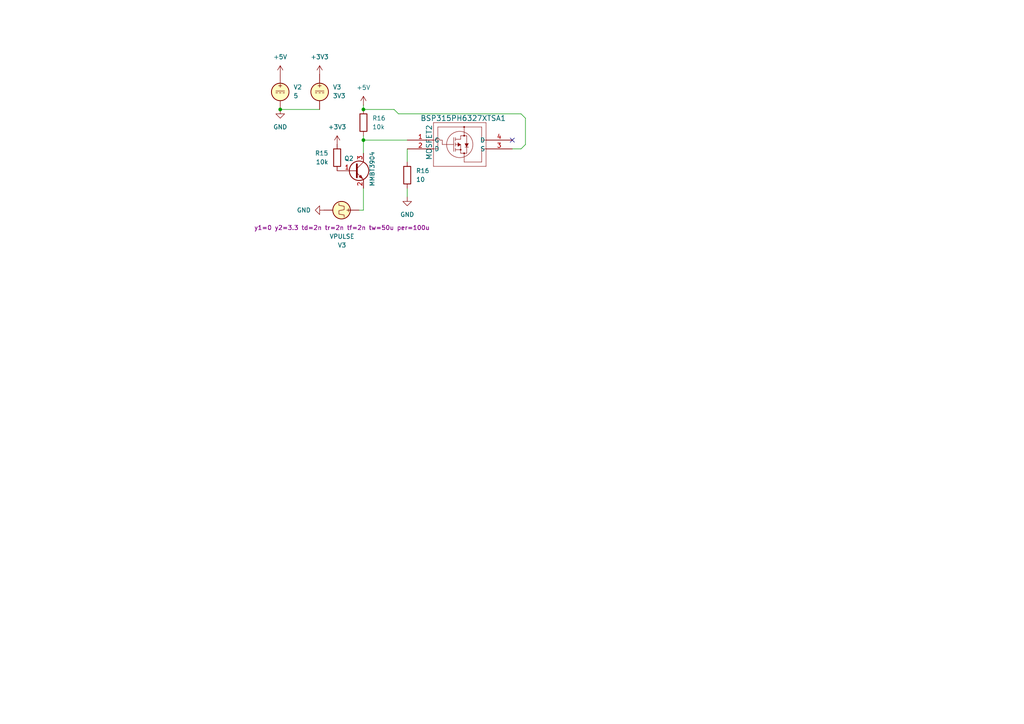
<source format=kicad_sch>
(kicad_sch (version 20231120) (generator "eeschema") (generator_version "8.0")
  (paper "A4")
  (lib_symbols
    (symbol "BSP315PH6327XTSA1:BSP315PH6327XTSA1" (pin_names (offset 0.254))
      (property "Reference" "MOSFET" (at 15.24 10.16 0))
      (property "Value" "BSP315PH6327XTSA1" (at 15.24 7.62 0))
      (symbol "BSP315PH6327XTSA1_0_1"
        (polyline (pts (xy 7.62 -7.62) (xy 22.86 -7.62)) (stroke (width 0.127)))
        (polyline (pts (xy 7.62 -2.54) (xy 8.89 -2.54)) (stroke (width 0.127)))
        (polyline (pts (xy 7.62 0) (xy 8.382 0)) (stroke (width 0.127)))
        (polyline (pts (xy 7.62 5.08) (xy 7.62 -7.62)) (stroke (width 0.127)))
        (polyline (pts (xy 8.89 3.81) (xy 8.89 -2.54)) (stroke (width 0.127)))
        (polyline (pts (xy 8.89 3.81) (xy 21.59 3.81)) (stroke (width 0.127)))
        (polyline (pts (xy 9.398 0) (xy 10.16 0)) (stroke (width 0.127)))
        (polyline (pts (xy 10.16 0) (xy 10.16 -1.27)) (stroke (width 0.127)))
        (polyline (pts (xy 13.462 -1.27) (xy 10.16 -1.27)) (stroke (width 0.127)))
        (polyline (pts (xy 13.462 0.762) (xy 13.462 -3.302)) (stroke (width 0.127)))
        (polyline (pts (xy 13.97 -2.794) (xy 15.494 -2.794)) (stroke (width 0.127)))
        (polyline (pts (xy 13.97 -2.286) (xy 13.97 -3.302)) (stroke (width 0.127)))
        (polyline (pts (xy 13.97 -1.27) (xy 14.732 -1.27)) (stroke (width 0.127)))
        (polyline (pts (xy 13.97 -0.762) (xy 13.97 -1.778)) (stroke (width 0.127)))
        (polyline (pts (xy 13.97 0.254) (xy 15.494 0.254)) (stroke (width 0.127)))
        (polyline (pts (xy 13.97 0.762) (xy 13.97 -0.254)) (stroke (width 0.127)))
        (polyline (pts (xy 15.494 -3.81) (xy 17.272 -3.81)) (stroke (width 0.127)))
        (polyline (pts (xy 15.494 -1.27) (xy 15.494 -3.81)) (stroke (width 0.127)))
        (polyline (pts (xy 15.494 1.27) (xy 15.494 0.254)) (stroke (width 0.127)))
        (polyline (pts (xy 15.494 1.27) (xy 17.272 1.27)) (stroke (width 0.127)))
        (polyline (pts (xy 16.51 -3.81) (xy 16.51 -6.35)) (stroke (width 0.127)))
        (polyline (pts (xy 16.51 1.27) (xy 16.51 3.81)) (stroke (width 0.127)))
        (polyline (pts (xy 16.764 -2.032) (xy 17.78 -2.032)) (stroke (width 0.127)))
        (polyline (pts (xy 17.272 -3.81) (xy 17.272 -2.032)) (stroke (width 0.127)))
        (polyline (pts (xy 17.272 1.27) (xy 17.272 -1.016)) (stroke (width 0.127)))
        (polyline (pts (xy 21.59 -6.35) (xy 16.51 -6.35)) (stroke (width 0.127)))
        (polyline (pts (xy 21.59 -6.35) (xy 21.59 -2.54)) (stroke (width 0.127)))
        (polyline (pts (xy 21.59 0) (xy 22.86 0)) (stroke (width 0.127)))
        (polyline (pts (xy 21.59 3.81) (xy 21.59 0)) (stroke (width 0.127)))
        (polyline (pts (xy 22.86 -7.62) (xy 22.86 5.08)) (stroke (width 0.127)))
        (polyline (pts (xy 22.86 -2.54) (xy 21.59 -2.54)) (stroke (width 0.127)))
        (polyline (pts (xy 22.86 5.08) (xy 7.62 5.08)) (stroke (width 0.127)))
        (polyline (pts (xy 15.494 -1.27) (xy 14.732 -1.778) (xy 14.732 -0.762)) (fill (type outline)))
        (polyline (pts (xy 17.272 -2.032) (xy 16.764 -1.016) (xy 17.78 -1.016)) (fill (type outline)))
        (arc (start 9.398 0) (mid 8.89 0.5058) (end 8.382 0) (stroke (width 0.127)))
        (circle (center 15.24 -1.27) (radius 3.81) (stroke (width 0.127)))
        (circle (center 15.494 -2.794) (radius 0.127) (stroke (width 0.254)))
        (circle (center 16.51 -3.81) (radius 0.127) (stroke (width 0.254)))
        (circle (center 16.51 1.27) (radius 0.127) (stroke (width 0.254)))
        (circle (center 16.51 3.81) (radius 0.127) (stroke (width 0.254)))
        (pin unspecified line (at 0 0 0) (length 7.62) (name "G") (number "1"))
        (pin unspecified line (at 0 -2.54 0) (length 7.62) (name "D") (number "2"))
        (pin unspecified line (at 30.48 -2.54 180) (length 7.62) (name "S") (number "3"))
        (pin unspecified line (at 30.48 0 180) (length 7.62) (name "D") (number "4"))
      )
    )
    (symbol "Device:R" (pin_numbers hide) (pin_names (offset 0))
      (property "Reference" "R" (at 2.032 0 90))
      (property "Value" "R" (at 0 0 90))
      (symbol "R_0_1"
        (rectangle (start -1.016 -2.54) (end 1.016 2.54) (stroke (width 0.254)))
      )
      (symbol "R_1_1"
        (pin passive line (at 0 3.81 270) (length 1.27) (name "~") (number "1"))
        (pin passive line (at 0 -3.81 90) (length 1.27) (name "~") (number "2"))
      )
    )
    (symbol "Simulation_SPICE:VDC" (pin_numbers hide) (pin_names (offset 0.0254))
      (property "Reference" "V" (at 2.54 2.54 0))
      (property "Value" "1" (at 2.54 0 0))
      (symbol "VDC_0_0"
        (polyline (pts (xy -1.27 0.254) (xy 1.27 0.254)))
        (polyline (pts (xy -0.762 -0.254) (xy -1.27 -0.254)))
        (polyline (pts (xy 0.254 -0.254) (xy -0.254 -0.254)))
        (polyline (pts (xy 1.27 -0.254) (xy 0.762 -0.254)))
        (text "+" (at 0 1.905 0) (effects (font (size 1.27 1.27))))
      )
      (symbol "VDC_0_1"
        (circle (center 0 0) (radius 2.54) (stroke (width 0.254)) (fill (type background)))
      )
      (symbol "VDC_1_1"
        (pin passive line (at 0 5.08 270) (length 2.54) (name "~") (number "1"))
        (pin passive line (at 0 -5.08 90) (length 2.54) (name "~") (number "2"))
      )
    )
    (symbol "Simulation_SPICE:VPULSE" (pin_numbers hide) (pin_names (offset 0.0254))
      (property "Reference" "V" (at 2.54 2.54 0))
      (property "Value" "VPULSE" (at 2.54 0 0))
      (property "Sim.Params" "y1=0 y2=1 td=2n tr=2n tf=2n tw=50n per=100n" (at 2.54 -2.54 0))
      (symbol "VPULSE_0_0"
        (polyline (pts (xy -2.032 -0.762) (xy -1.397 -0.762) (xy -1.143 0.762) (xy -0.127 0.762) (xy 0.127 -0.762) (xy 1.143 -0.762) (xy 1.397 0.762) (xy 2.032 0.762)))
        (text "+" (at 0 1.905 0) (effects (font (size 1.27 1.27))))
      )
      (symbol "VPULSE_0_1"
        (circle (center 0 0) (radius 2.54) (stroke (width 0.254)) (fill (type background)))
      )
      (symbol "VPULSE_1_1"
        (pin passive line (at 0 5.08 270) (length 2.54) (name "~") (number "1"))
        (pin passive line (at 0 -5.08 90) (length 2.54) (name "~") (number "2"))
      )
    )
    (symbol "Transistor_BJT:MMBT3904" (pin_names (offset 0) hide)
      (property "Reference" "Q" (at 5.08 1.905 0))
      (property "Value" "MMBT3904" (at 5.08 0 0))
      (symbol "MMBT3904_0_1"
        (polyline (pts (xy 0.635 0.635) (xy 2.54 2.54)))
        (polyline (pts (xy 0.635 -0.635) (xy 2.54 -2.54) (xy 2.54 -2.54)))
        (polyline (pts (xy 0.635 1.905) (xy 0.635 -1.905) (xy 0.635 -1.905)) (stroke (width 0.508)))
        (polyline (pts (xy 1.27 -1.778) (xy 1.778 -1.27) (xy 2.286 -2.286) (xy 1.27 -1.778) (xy 1.27 -1.778)) (fill (type outline)))
        (circle (center 1.27 0) (radius 2.8194) (stroke (width 0.254)))
      )
      (symbol "MMBT3904_1_1"
        (pin input line (at -5.08 0 0) (length 5.715) (name "B") (number "1"))
        (pin passive line (at 2.54 -5.08 90) (length 2.54) (name "E") (number "2"))
        (pin passive line (at 2.54 5.08 270) (length 2.54) (name "C") (number "3"))
      )
    )
    (symbol "power:+3V3" (power) (pin_numbers hide) (pin_names (offset 0) hide)
      (property "Value" "+3V3" (at 0 3.556 0))
      (symbol "+3V3_0_1"
        (polyline (pts (xy -0.762 1.27) (xy 0 2.54)))
        (polyline (pts (xy 0 0) (xy 0 2.54)))
        (polyline (pts (xy 0 2.54) (xy 0.762 1.27)))
      )
      (symbol "+3V3_1_1"
        (pin power_in line (at 0 0 90) (length 0) (name "~") (number "1"))
      )
    )
    (symbol "power:+5V" (power) (pin_numbers hide) (pin_names (offset 0) hide)
      (property "Value" "+5V" (at 0 3.556 0))
      (symbol "+5V_0_1"
        (polyline (pts (xy -0.762 1.27) (xy 0 2.54)))
        (polyline (pts (xy 0 0) (xy 0 2.54)))
        (polyline (pts (xy 0 2.54) (xy 0.762 1.27)))
      )
      (symbol "+5V_1_1"
        (pin power_in line (at 0 0 90) (length 0) (name "~") (number "1"))
      )
    )
    (symbol "power:GND" (power) (pin_numbers hide) (pin_names (offset 0) hide)
      (property "Value" "GND" (at 0 -3.81 0))
      (symbol "GND_0_1"
        (polyline (pts (xy 0 0) (xy 0 -1.27) (xy 1.27 -1.27) (xy 0 -2.54) (xy -1.27 -1.27) (xy 0 -1.27)))
      )
      (symbol "GND_1_1"
        (pin power_in line (at 0 0 270) (length 0) (name "~") (number "1"))
      )
    )
  )
  (junction (at 105.41 40.64))
  (junction (at 81.28 31.75))
  (junction (at 105.41 31.75))
  (no_connect (at 148.59 40.64))
  (wire (pts (xy 148.59 43.18) (xy 151.13 43.18)))
  (wire (pts (xy 152.4 34.29) (xy 151.13 33.02)))
  (wire (pts (xy 151.13 33.02) (xy 115.57 33.02)))
  (wire (pts (xy 118.11 43.18) (xy 118.11 46.99)))
  (wire (pts (xy 105.41 40.64) (xy 105.41 44.45)))
  (wire (pts (xy 105.41 54.61) (xy 105.41 60.96)))
  (wire (pts (xy 115.57 33.02) (xy 114.3 31.75)))
  (wire (pts (xy 81.28 31.75) (xy 92.71 31.75)))
  (wire (pts (xy 105.41 40.64) (xy 118.11 40.64)))
  (wire (pts (xy 105.41 30.48) (xy 105.41 31.75)))
  (wire (pts (xy 151.13 43.18) (xy 152.4 41.91)))
  (wire (pts (xy 152.4 41.91) (xy 152.4 34.29)))
  (wire (pts (xy 118.11 54.61) (xy 118.11 57.15)))
  (wire (pts (xy 104.14 60.96) (xy 105.41 60.96)))
  (wire (pts (xy 105.41 31.75) (xy 114.3 31.75)))
  (wire (pts (xy 105.41 39.37) (xy 105.41 40.64)))
  (symbol (lib_id "power:GND") (at 93.98 60.96 270) (unit 1) (in_bom no) (on_board no)
    (property "Reference" "#PWR033" (effects (hide yes)))
    (property "Value" "GND" (at 90.17 60.9599 90) (effects (justify right)))
    (property "Description" "Power symbol creates a global label with name \"GND\" , ground" (effects (hide yes)))
  )
  (symbol (lib_id "power:GND") (at 81.28 31.75 0) (unit 1) (in_bom no) (on_board no)
    (property "Reference" "#PWR03" (effects (hide yes)))
    (property "Value" "GND" (at 81.28 36.83 0))
    (property "Description" "Power symbol creates a global label with name \"GND\" , ground" (effects (hide yes)))
  )
  (symbol (lib_id "BSP315PH6327XTSA1:BSP315PH6327XTSA1") (at 118.11 40.64 0) (unit 1) (in_bom no) (on_board no)
    (property "Reference" "MOSFET2" (at 124.46 46.482 90) (effects (font (size 1.524 1.524)) (justify left)))
    (property "Value" "BSP315PH6327XTSA1" (at 121.92 34.29 0) (effects (font (size 1.524 1.524)) (justify left)))
    (property "Footprint" "BSP315PH6327XTSA1:PG-SOT223-4_INF" (effects (hide yes)))
    (property "Datasheet" "BSP315PH6327XTSA1" (effects (hide yes)))
    (property "Sim.Device" "PMOS" (effects (hide yes)))
    (property "Sim.Type" "MOS1" (effects (hide yes)))
    (property "Sim.Pins" "1=G 2=D 3=S 4=B" (effects (hide yes)))
    (property "Sim.Params" "vto=-1 kp=4.4" (effects (hide yes)))
  )
  (symbol (lib_id "Device:R") (at 118.11 50.8 0) (unit 1) (in_bom no) (on_board no)
    (property "Reference" "R16" (at 120.65 49.5299 0) (effects (justify left)))
    (property "Value" "10" (at 120.65 52.0699 0) (effects (justify left)))
    (property "Description" "Resistor" (effects (hide yes)))
  )
  (symbol (lib_id "power:+3V3") (at 92.71 21.59 0) (unit 1) (in_bom no) (on_board no)
    (property "Reference" "#PWR01" (effects (hide yes)))
    (property "Value" "+3V3" (at 92.71 16.51 0))
    (property "Description" "Power symbol creates a global label with name \"+3V3\"" (effects (hide yes)))
  )
  (symbol (lib_id "Device:R") (at 105.41 35.56 0) (unit 1) (in_bom no) (on_board no)
    (property "Reference" "R16" (at 107.95 34.2899 0) (effects (justify left)))
    (property "Value" "10k" (at 107.95 36.8299 0) (effects (justify left)))
    (property "Description" "Resistor" (effects (hide yes)))
  )
  (symbol (lib_id "Device:R") (at 97.79 45.72 0) (mirror y) (unit 1) (in_bom no) (on_board no)
    (property "Reference" "R15" (at 95.25 44.4499 0) (effects (justify left)))
    (property "Value" "10k" (at 95.25 46.9899 0) (effects (justify left)))
    (property "Description" "Resistor" (effects (hide yes)))
  )
  (symbol (lib_id "Transistor_BJT:MMBT3904") (at 102.87 49.53 0) (unit 1) (in_bom no) (on_board no)
    (property "Reference" "Q2" (at 99.822 45.974 0) (effects (justify left)))
    (property "Value" "MMBT3904" (at 107.95 54.102 90) (effects (justify left)))
    (property "Footprint" "Package_TO_SOT_SMD:SOT-23" (effects (hide yes)))
    (property "Datasheet" "https://www.onsemi.com/pdf/datasheet/pzt3904-d.pdf" (effects (hide yes)))
    (property "Description" "0.2A Ic, 40V Vce, Small Signal NPN Transistor, SOT-23" (effects (hide yes)))
    (property "Sim.Device" "NPN" (effects (hide yes)))
    (property "Sim.Type" "VBIC" (effects (hide yes)))
    (property "Sim.Pins" "1=B 2=E 3=C" (effects (hide yes)))
  )
  (symbol (lib_id "Simulation_SPICE:VDC") (at 81.28 26.67 0) (unit 1) (in_bom no) (on_board no)
    (property "Reference" "V2" (at 85.09 25.2701 0) (effects (justify left)))
    (property "Value" "5" (at 85.09 27.8101 0) (effects (justify left)))
    (property "Datasheet" "https://ngspice.sourceforge.io/docs/ngspice-html-manual/manual.xhtml#sec_Independent_Sources_for" (effects (hide yes)))
    (property "Description" "Voltage source, DC" (effects (hide yes)))
    (property "Sim.Pins" "1=+ 2=-" (effects (hide yes)))
    (property "Sim.Type" "DC" (effects (hide yes)))
    (property "Sim.Device" "V" (effects (hide yes)))
  )
  (symbol (lib_id "power:GND") (at 118.11 57.15 0) (unit 1) (in_bom no) (on_board no)
    (property "Reference" "#PWR034" (effects (hide yes)))
    (property "Value" "GND" (at 118.11 62.23 0))
    (property "Description" "Power symbol creates a global label with name \"GND\" , ground" (effects (hide yes)))
  )
  (symbol (lib_id "power:+5V") (at 105.41 30.48 0) (unit 1) (in_bom no) (on_board no)
    (property "Reference" "#PWR031" (effects (hide yes)))
    (property "Value" "+5V" (at 105.41 25.4 0))
    (property "Description" "Power symbol creates a global label with name \"+5V\"" (effects (hide yes)))
  )
  (symbol (lib_id "Simulation_SPICE:VDC") (at 92.71 26.67 0) (unit 1) (in_bom no) (on_board no)
    (property "Reference" "V3" (at 96.52 25.2701 0) (effects (justify left)))
    (property "Value" "3V3" (at 96.52 27.8101 0) (effects (justify left)))
    (property "Datasheet" "https://ngspice.sourceforge.io/docs/ngspice-html-manual/manual.xhtml#sec_Independent_Sources_for" (effects (hide yes)))
    (property "Description" "Voltage source, DC" (effects (hide yes)))
    (property "Sim.Pins" "1=+ 2=-" (effects (hide yes)))
    (property "Sim.Type" "DC" (effects (hide yes)))
    (property "Sim.Device" "V" (effects (hide yes)))
  )
  (symbol (lib_id "Simulation_SPICE:VPULSE") (at 99.06 60.96 270) (unit 1) (in_bom no) (on_board no)
    (property "Reference" "V3" (at 99.1898 71.12 90))
    (property "Value" "VPULSE" (at 99.1898 68.58 90))
    (property "Datasheet" "https://ngspice.sourceforge.io/docs/ngspice-html-manual/manual.xhtml#sec_Independent_Sources_for" (effects (hide yes)))
    (property "Description" "Voltage source, pulse" (effects (hide yes)))
    (property "Sim.Pins" "1=+ 2=-" (effects (hide yes)))
    (property "Sim.Type" "PULSE" (effects (hide yes)))
    (property "Sim.Device" "V" (effects (hide yes)))
    (property "Sim.Params" "y1=0 y2=3.3 td=2n tr=2n tf=2n tw=50u per=100u" (at 99.1898 66.04 90))
  )
  (symbol (lib_id "power:+3V3") (at 97.79 41.91 0) (unit 1) (in_bom no) (on_board no)
    (property "Reference" "#PWR032" (effects (hide yes)))
    (property "Value" "+3V3" (at 97.79 36.83 0))
    (property "Description" "Power symbol creates a global label with name \"+3V3\"" (effects (hide yes)))
  )
  (symbol (lib_id "power:+5V") (at 81.28 21.59 0) (unit 1) (in_bom no) (on_board no)
    (property "Reference" "#PWR02" (effects (hide yes)))
    (property "Value" "+5V" (at 81.28 16.51 0))
    (property "Description" "Power symbol creates a global label with name \"+5V\"" (effects (hide yes)))
  )
)
</source>
